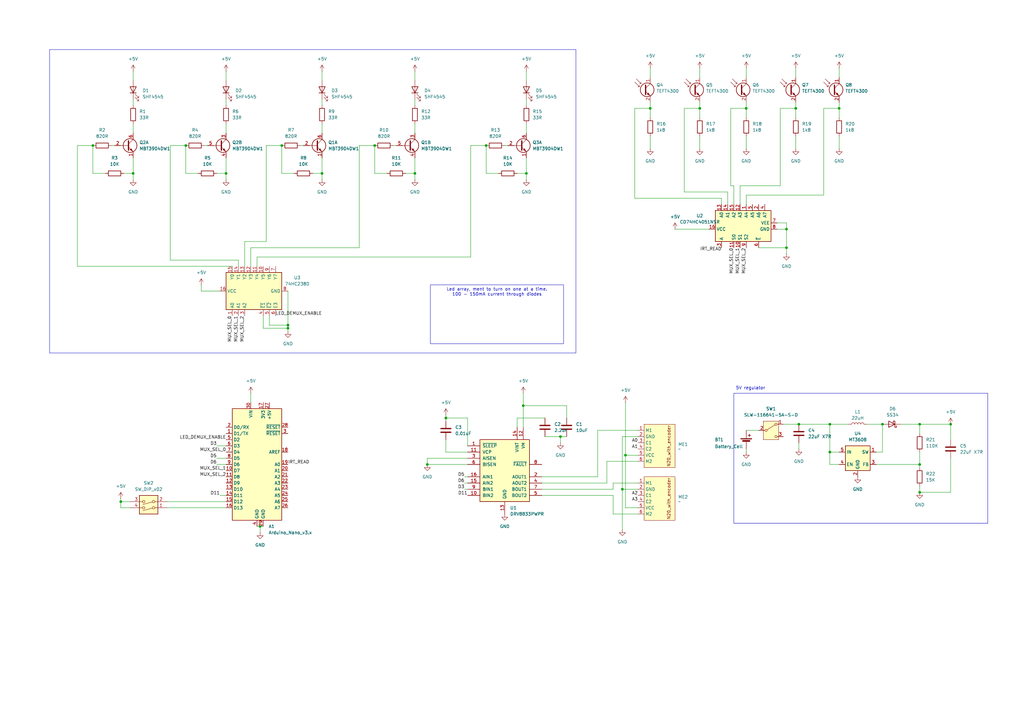
<source format=kicad_sch>
(kicad_sch (version 20231120) (generator "eeschema") (generator_version "8.0")
  (paper "A3")
  (lib_symbols
    (symbol "74xx:74HC238"
      (property "Reference" "U" (at -7.62 13.97 0))
      (property "Value" "74HC238" (at 2.54 -11.43 0))
      (symbol "74HC238_1_1"
        (pin input line (at -10.16 10.16 0) (length 2.54) (name "A0") (number "1"))
        (pin output line (at 10.16 -2.54 180) (length 2.54) (name "Y5") (number "10"))
        (pin output line (at 10.16 0 180) (length 2.54) (name "Y4") (number "11"))
        (pin output line (at 10.16 2.54 180) (length 2.54) (name "Y3") (number "12"))
        (pin output line (at 10.16 5.08 180) (length 2.54) (name "Y2") (number "13"))
        (pin output line (at 10.16 7.62 180) (length 2.54) (name "Y1") (number "14"))
        (pin output line (at 10.16 10.16 180) (length 2.54) (name "Y0") (number "15"))
        (pin power_in line (at 0 15.24 270) (length 2.54) (name "VCC") (number "16"))
        (pin input line (at -10.16 7.62 0) (length 2.54) (name "A1") (number "2"))
        (pin input line (at -10.16 5.08 0) (length 2.54) (name "A2") (number "3"))
        (pin input line (at -10.16 -2.54 0) (length 2.54) (name "~{E1}") (number "4"))
        (pin input line (at -10.16 -5.08 0) (length 2.54) (name "~{E2}") (number "5"))
        (pin input line (at -10.16 -7.62 0) (length 2.54) (name "E3") (number "6"))
        (pin output line (at 10.16 -7.62 180) (length 2.54) (name "Y7") (number "7"))
        (pin power_in line (at 0 -12.7 90) (length 2.54) (name "GND") (number "8"))
        (pin output line (at 10.16 -5.08 180) (length 2.54) (name "Y6") (number "9"))
      )
    )
    (symbol "74xx:74HC4051"
      (property "Reference" "U" (at -5.08 11.43 0))
      (property "Value" "74HC4051" (at -7.62 -13.97 0))
      (symbol "74HC4051_1_1"
        (pin passive line (at 10.16 -2.54 180) (length 2.54) (name "A4") (number "1"))
        (pin input line (at -7.62 0 0) (length 2.54) (name "S1") (number "10"))
        (pin input line (at -7.62 2.54 0) (length 2.54) (name "S0") (number "11"))
        (pin passive line (at 10.16 0 180) (length 2.54) (name "A3") (number "12"))
        (pin passive line (at 10.16 7.62 180) (length 2.54) (name "A0") (number "13"))
        (pin passive line (at 10.16 5.08 180) (length 2.54) (name "A1") (number "14"))
        (pin passive line (at 10.16 2.54 180) (length 2.54) (name "A2") (number "15"))
        (pin power_in line (at 0 12.7 270) (length 2.54) (name "VCC") (number "16"))
        (pin passive line (at 10.16 -7.62 180) (length 2.54) (name "A6") (number "2"))
        (pin passive line (at -7.62 7.62 0) (length 2.54) (name "A") (number "3"))
        (pin passive line (at 10.16 -10.16 180) (length 2.54) (name "A7") (number "4"))
        (pin passive line (at 10.16 -5.08 180) (length 2.54) (name "A5") (number "5"))
        (pin input line (at -7.62 -7.62 0) (length 2.54) (name "~{E}") (number "6"))
        (pin power_in line (at 2.54 -15.24 90) (length 2.54) (name "VEE") (number "7"))
        (pin power_in line (at 0 -15.24 90) (length 2.54) (name "GND") (number "8"))
        (pin input line (at -7.62 -2.54 0) (length 2.54) (name "S2") (number "9"))
      )
    )
    (symbol "Device:Battery_Cell" (pin_numbers hide) (pin_names (offset 0) hide)
      (property "Reference" "BT" (at 2.54 2.54 0))
      (property "Value" "Battery_Cell" (at 2.54 0 0))
      (symbol "Battery_Cell_1_1"
        (pin passive line (at 0 5.08 270) (length 2.54) (name "+") (number "1"))
        (pin passive line (at 0 -2.54 90) (length 2.54) (name "-") (number "2"))
      )
    )
    (symbol "Device:C" (pin_numbers hide) (pin_names (offset 0.254))
      (property "Reference" "C" (at 0.635 2.54 0))
      (property "Value" "C" (at 0.635 -2.54 0))
      (symbol "C_1_1"
        (pin passive line (at 0 3.81 270) (length 2.794) (name "~") (number "1"))
        (pin passive line (at 0 -3.81 90) (length 2.794) (name "~") (number "2"))
      )
    )
    (symbol "Device:D_Schottky" (pin_numbers hide) (pin_names (offset 1.016) hide)
      (property "Reference" "D" (at 0 2.54 0))
      (property "Value" "D_Schottky" (at 0 -2.54 0))
      (symbol "D_Schottky_1_1"
        (pin passive line (at -3.81 0 0) (length 2.54) (name "K") (number "1"))
        (pin passive line (at 3.81 0 180) (length 2.54) (name "A") (number "2"))
      )
    )
    (symbol "Device:L" (pin_numbers hide) (pin_names (offset 1.016) hide)
      (property "Reference" "L" (at -1.27 0 90))
      (property "Value" "L" (at 1.905 0 90))
      (symbol "L_1_1"
        (pin passive line (at 0 3.81 270) (length 1.27) (name "1") (number "1"))
        (pin passive line (at 0 -3.81 90) (length 1.27) (name "2") (number "2"))
      )
    )
    (symbol "Device:LED" (pin_numbers hide) (pin_names (offset 1.016) hide)
      (property "Reference" "D" (at 0 2.54 0))
      (property "Value" "LED" (at 0 -2.54 0))
      (symbol "LED_1_1"
        (pin passive line (at -3.81 0 0) (length 2.54) (name "K") (number "1"))
        (pin passive line (at 3.81 0 180) (length 2.54) (name "A") (number "2"))
      )
    )
    (symbol "Device:Q_Photo_NPN" (pin_names (offset 0) hide)
      (property "Reference" "Q" (at 5.08 1.27 0))
      (property "Value" "Q_Photo_NPN" (at 5.08 -1.27 0))
      (symbol "Q_Photo_NPN_1_1"
        (pin passive line (at 2.54 5.08 270) (length 2.54) (name "C") (number "1"))
        (pin passive line (at 2.54 -5.08 90) (length 2.54) (name "E") (number "2"))
      )
    )
    (symbol "Device:R" (pin_numbers hide) (pin_names (offset 0))
      (property "Reference" "R" (at 2.032 0 90))
      (property "Value" "R" (at 0 0 90))
      (symbol "R_1_1"
        (pin passive line (at 0 3.81 270) (length 1.27) (name "~") (number "1"))
        (pin passive line (at 0 -3.81 90) (length 1.27) (name "~") (number "2"))
      )
    )
    (symbol "Driver_Motor:DRV8833PWP" (pin_names (offset 1.016))
      (property "Reference" "U" (at -3.81 16.51 0))
      (property "Value" "DRV8833PWP" (at -3.81 13.97 0))
      (symbol "DRV8833PWP_1_1"
        (pin input line (at -15.24 10.16 0) (length 5.08) (name "~{SLEEP}") (number "1"))
        (pin input line (at -15.24 -10.16 0) (length 5.08) (name "BIN2") (number "10"))
        (pin bidirectional line (at -15.24 7.62 0) (length 5.08) (name "VCP") (number "11"))
        (pin power_in line (at 7.62 17.78 270) (length 5.08) (name "VM") (number "12"))
        (pin power_in line (at 0 -17.78 90) (length 5.08) (name "GND") (number "13"))
        (pin power_in line (at 5.08 17.78 270) (length 5.08) (name "VINT") (number "14"))
        (pin input line (at -15.24 -5.08 0) (length 5.08) (name "AIN2") (number "15"))
        (pin input line (at -15.24 -2.54 0) (length 5.08) (name "AIN1") (number "16"))
        (pin passive line (at 0 -17.78 90) (length 5.08) hide (name "GND") (number "17"))
        (pin power_out line (at 15.24 -2.54 180) (length 5.08) (name "AOUT1") (number "2"))
        (pin bidirectional line (at -15.24 5.08 0) (length 5.08) (name "AISEN") (number "3"))
        (pin power_out line (at 15.24 -5.08 180) (length 5.08) (name "AOUT2") (number "4"))
        (pin power_out line (at 15.24 -10.16 180) (length 5.08) (name "BOUT2") (number "5"))
        (pin bidirectional line (at -15.24 2.54 0) (length 5.08) (name "BISEN") (number "6"))
        (pin power_out line (at 15.24 -7.62 180) (length 5.08) (name "BOUT1") (number "7"))
        (pin open_collector line (at 15.24 2.54 180) (length 5.08) (name "~{FAULT}") (number "8"))
        (pin input line (at -15.24 -7.62 0) (length 5.08) (name "BIN1") (number "9"))
      )
    )
    (symbol "MCU_Module:Arduino_Nano_v3.x"
      (property "Reference" "A" (at -10.16 23.495 0))
      (property "Value" "Arduino_Nano_v3.x" (at 5.08 -24.13 0))
      (symbol "Arduino_Nano_v3.x_1_1"
        (pin bidirectional line (at -12.7 12.7 0) (length 2.54) (name "D1/TX") (number "1"))
        (pin bidirectional line (at -12.7 -2.54 0) (length 2.54) (name "D7") (number "10"))
        (pin bidirectional line (at -12.7 -5.08 0) (length 2.54) (name "D8") (number "11"))
        (pin bidirectional line (at -12.7 -7.62 0) (length 2.54) (name "D9") (number "12"))
        (pin bidirectional line (at -12.7 -10.16 0) (length 2.54) (name "D10") (number "13"))
        (pin bidirectional line (at -12.7 -12.7 0) (length 2.54) (name "D11") (number "14"))
        (pin bidirectional line (at -12.7 -15.24 0) (length 2.54) (name "D12") (number "15"))
        (pin bidirectional line (at -12.7 -17.78 0) (length 2.54) (name "D13") (number "16"))
        (pin power_out line (at 2.54 25.4 270) (length 2.54) (name "3V3") (number "17"))
        (pin input line (at 12.7 5.08 180) (length 2.54) (name "AREF") (number "18"))
        (pin bidirectional line (at 12.7 0 180) (length 2.54) (name "A0") (number "19"))
        (pin bidirectional line (at -12.7 15.24 0) (length 2.54) (name "D0/RX") (number "2"))
        (pin bidirectional line (at 12.7 -2.54 180) (length 2.54) (name "A1") (number "20"))
        (pin bidirectional line (at 12.7 -5.08 180) (length 2.54) (name "A2") (number "21"))
        (pin bidirectional line (at 12.7 -7.62 180) (length 2.54) (name "A3") (number "22"))
        (pin bidirectional line (at 12.7 -10.16 180) (length 2.54) (name "A4") (number "23"))
        (pin bidirectional line (at 12.7 -12.7 180) (length 2.54) (name "A5") (number "24"))
        (pin bidirectional line (at 12.7 -15.24 180) (length 2.54) (name "A6") (number "25"))
        (pin bidirectional line (at 12.7 -17.78 180) (length 2.54) (name "A7") (number "26"))
        (pin power_out line (at 5.08 25.4 270) (length 2.54) (name "+5V") (number "27"))
        (pin input line (at 12.7 15.24 180) (length 2.54) (name "~{RESET}") (number "28"))
        (pin power_in line (at 2.54 -25.4 90) (length 2.54) (name "GND") (number "29"))
        (pin input line (at 12.7 12.7 180) (length 2.54) (name "~{RESET}") (number "3"))
        (pin power_in line (at -2.54 25.4 270) (length 2.54) (name "VIN") (number "30"))
        (pin power_in line (at 0 -25.4 90) (length 2.54) (name "GND") (number "4"))
        (pin bidirectional line (at -12.7 10.16 0) (length 2.54) (name "D2") (number "5"))
        (pin bidirectional line (at -12.7 7.62 0) (length 2.54) (name "D3") (number "6"))
        (pin bidirectional line (at -12.7 5.08 0) (length 2.54) (name "D4") (number "7"))
        (pin bidirectional line (at -12.7 2.54 0) (length 2.54) (name "D5") (number "8"))
        (pin bidirectional line (at -12.7 0 0) (length 2.54) (name "D6") (number "9"))
      )
    )
    (symbol "Regulator_Switching:MT3608"
      (property "Reference" "U" (at -2.54 8.89 0))
      (property "Value" "MT3608" (at -3.81 6.35 0))
      (symbol "MT3608_1_1"
        (pin passive line (at 7.62 2.54 180) (length 2.54) (name "SW") (number "1"))
        (pin power_in line (at 0 -7.62 90) (length 2.54) (name "GND") (number "2"))
        (pin input line (at 7.62 -2.54 180) (length 2.54) (name "FB") (number "3"))
        (pin input line (at -7.62 -2.54 0) (length 2.54) (name "EN") (number "4"))
        (pin power_in line (at -7.62 2.54 0) (length 2.54) (name "IN") (number "5"))
        (pin no_connect line (at 5.08 0 180) (length 2.54) hide (name "NC") (number "6"))
      )
    )
    (symbol "Switch:SW_DIP_x02" (pin_names (offset 0) hide)
      (property "Reference" "SW" (at 0 6.35 0))
      (property "Value" "SW_DIP_x02" (at 0 -3.81 0))
      (symbol "SW_DIP_x02_1_1"
        (pin passive line (at -7.62 2.54 0) (length 5.08) (name "~") (number "1"))
        (pin passive line (at -7.62 0 0) (length 5.08) (name "~") (number "2"))
        (pin passive line (at 7.62 0 180) (length 5.08) (name "~") (number "3"))
        (pin passive line (at 7.62 2.54 180) (length 5.08) (name "~") (number "4"))
      )
    )
    (symbol "Switch:SW_SPDT" (pin_names (offset 0) hide)
      (property "Reference" "SW" (at 0 5.08 0))
      (property "Value" "SW_SPDT" (at 0 -5.08 0))
      (symbol "SW_SPDT_1_1"
        (pin passive line (at 5.08 2.54 180) (length 2.54) (name "A") (number "1"))
        (pin passive line (at -5.08 0 0) (length 2.54) (name "B") (number "2"))
        (pin passive line (at 5.08 -2.54 180) (length 2.54) (name "C") (number "3"))
      )
    )
    (symbol "Transistor_BJT:MBT3904DW1" (pin_names (offset 0) hide)
      (property "Reference" "Q" (at 5.08 1.27 0))
      (property "Value" "MBT3904DW1" (at 5.08 -1.27 0))
      (symbol "MBT3904DW1_1_1"
        (pin passive line (at 2.54 -5.08 90) (length 2.54) (name "E1") (number "1"))
        (pin input line (at -5.08 0 0) (length 2.54) (name "B1") (number "2"))
        (pin passive line (at 2.54 5.08 270) (length 2.54) (name "C1") (number "6"))
      )
      (symbol "MBT3904DW1_2_1"
        (pin passive line (at 2.54 5.08 270) (length 2.54) (name "C2") (number "3"))
        (pin passive line (at 2.54 -5.08 90) (length 2.54) (name "E2") (number "4"))
        (pin input line (at -5.08 0 0) (length 2.54) (name "B2") (number "5"))
      )
    )
    (symbol "micromouse_symbols:N20_with_encoder"
      (property "Reference" "ME" (at 17.018 -6.35 0))
      (symbol "N20_with_encoder_1_1"
        (text "N20_with_encoder" (at 12.7 0 900) (effects (font (size 1.27 1.27))))
        (pin input line (at 0 6.35 0) (length 2.54) (name "M1") (number "1"))
        (pin power_in line (at 0 3.81 0) (length 2.54) (name "GND") (number "2"))
        (pin output line (at 0 1.27 0) (length 2.54) (name "C1") (number "3"))
        (pin output line (at 0 -1.27 0) (length 2.54) (name "C2") (number "4"))
        (pin power_in line (at 0 -3.81 0) (length 2.54) (name "VCC") (number "5"))
        (pin input line (at 0 -6.35 0) (length 2.54) (name "M2") (number "6"))
      )
    )
    (symbol "power:+5V" (power) (pin_numbers hide) (pin_names (offset 0) hide)
      (property "Value" "+5V" (at 0 3.556 0))
      (symbol "+5V_1_1"
        (pin power_in line (at 0 0 90) (length 0) (name "~") (number "1"))
      )
    )
    (symbol "power:GND" (power) (pin_numbers hide) (pin_names (offset 0) hide)
      (property "Value" "GND" (at 0 -3.81 0))
      (symbol "GND_1_1"
        (pin power_in line (at 0 0 270) (length 0) (name "~") (number "1"))
      )
    )
  )
  (junction (at 377.19 173.99))
  (junction (at 326.39 44.45))
  (junction (at 344.17 44.45))
  (junction (at 118.11 133.35))
  (junction (at 287.02 44.45))
  (junction (at 199.39 59.69))
  (junction (at 322.58 93.98))
  (junction (at 327.66 173.99))
  (junction (at 256.54 186.69))
  (junction (at 361.95 173.99))
  (junction (at 255.27 200.66))
  (junction (at 389.89 173.99))
  (junction (at 115.57 59.69))
  (junction (at 170.18 71.12))
  (junction (at 266.7 44.45))
  (junction (at 76.2 59.69))
  (junction (at 377.19 190.5))
  (junction (at 106.68 215.9))
  (junction (at 229.87 179.07))
  (junction (at 215.9 71.12))
  (junction (at 322.58 101.6))
  (junction (at 175.26 190.5))
  (junction (at 49.53 205.74))
  (junction (at 132.08 71.12))
  (junction (at 340.36 185.42))
  (junction (at 92.71 71.12))
  (junction (at 340.36 173.99))
  (junction (at 54.61 71.12))
  (junction (at 182.88 171.45))
  (junction (at 214.63 166.37))
  (junction (at 153.67 59.69))
  (junction (at 38.1 59.69))
  (junction (at 377.19 201.93))
  (junction (at 306.07 44.45))
  (junction (at 118.11 134.62))
  (wire (pts (xy 92.71 71.12) (xy 92.71 73.66)))
  (wire (pts (xy 266.7 55.88) (xy 266.7 60.96)))
  (wire (pts (xy 107.95 134.62) (xy 118.11 134.62)))
  (wire (pts (xy 369.57 173.99) (xy 377.19 173.99)))
  (wire (pts (xy 88.9 187.96) (xy 92.71 187.96)))
  (wire (pts (xy 306.07 44.45) (xy 306.07 48.26)))
  (wire (pts (xy 54.61 29.21) (xy 54.61 33.02)))
  (wire (pts (xy 182.88 180.34) (xy 182.88 185.42)))
  (wire (pts (xy 170.18 29.21) (xy 170.18 33.02)))
  (wire (pts (xy 118.11 119.38) (xy 118.11 133.35)))
  (wire (pts (xy 182.88 185.42) (xy 191.77 185.42)))
  (wire (pts (xy 199.39 59.69) (xy 199.39 71.12)))
  (wire (pts (xy 287.02 41.91) (xy 287.02 44.45)))
  (wire (pts (xy 251.46 203.2) (xy 251.46 210.82)))
  (wire (pts (xy 161.29 59.69) (xy 162.56 59.69)))
  (wire (pts (xy 318.77 91.44) (xy 322.58 91.44)))
  (wire (pts (xy 170.18 71.12) (xy 170.18 73.66)))
  (wire (pts (xy 132.08 50.8) (xy 132.08 54.61)))
  (wire (pts (xy 147.32 59.69) (xy 147.32 101.6)))
  (wire (pts (xy 261.62 186.69) (xy 256.54 186.69)))
  (wire (pts (xy 266.7 44.45) (xy 266.7 48.26)))
  (wire (pts (xy 115.57 71.12) (xy 120.65 71.12)))
  (wire (pts (xy 344.17 41.91) (xy 344.17 44.45)))
  (wire (pts (xy 344.17 27.94) (xy 344.17 31.75)))
  (wire (pts (xy 251.46 198.12) (xy 261.62 198.12)))
  (wire (pts (xy 222.25 200.66) (xy 251.46 200.66)))
  (wire (pts (xy 337.82 44.45) (xy 337.82 80.01)))
  (wire (pts (xy 50.8 71.12) (xy 54.61 71.12)))
  (wire (pts (xy 280.67 44.45) (xy 280.67 78.74)))
  (wire (pts (xy 106.68 215.9) (xy 106.68 218.44)))
  (wire (pts (xy 340.36 185.42) (xy 340.36 190.5)))
  (wire (pts (xy 322.58 101.6) (xy 322.58 104.14)))
  (wire (pts (xy 153.67 59.69) (xy 153.67 71.12)))
  (wire (pts (xy 306.07 80.01) (xy 306.07 83.82)))
  (wire (pts (xy 322.58 91.44) (xy 322.58 93.98)))
  (wire (pts (xy 320.04 44.45) (xy 320.04 76.2)))
  (wire (pts (xy 344.17 44.45) (xy 344.17 48.26)))
  (wire (pts (xy 229.87 179.07) (xy 229.87 181.61)))
  (wire (pts (xy 326.39 44.45) (xy 326.39 48.26)))
  (wire (pts (xy 327.66 181.61) (xy 327.66 184.15)))
  (wire (pts (xy 69.85 59.69) (xy 76.2 59.69)))
  (wire (pts (xy 110.49 129.54) (xy 110.49 133.35)))
  (wire (pts (xy 95.25 109.22) (xy 31.75 109.22)))
  (wire (pts (xy 105.41 105.41) (xy 105.41 109.22)))
  (wire (pts (xy 49.53 208.28) (xy 53.34 208.28)))
  (wire (pts (xy 337.82 80.01) (xy 306.07 80.01)))
  (wire (pts (xy 280.67 78.74) (xy 298.45 78.74)))
  (wire (pts (xy 361.95 173.99) (xy 361.95 185.42)))
  (wire (pts (xy 54.61 71.12) (xy 54.61 73.66)))
  (wire (pts (xy 377.19 173.99) (xy 377.19 177.8)))
  (wire (pts (xy 245.11 195.58) (xy 245.11 176.53)))
  (wire (pts (xy 215.9 71.12) (xy 215.9 73.66)))
  (wire (pts (xy 389.89 187.96) (xy 389.89 201.93)))
  (wire (pts (xy 337.82 44.45) (xy 344.17 44.45)))
  (wire (pts (xy 54.61 64.77) (xy 54.61 71.12)))
  (wire (pts (xy 287.02 27.94) (xy 287.02 31.75)))
  (wire (pts (xy 128.27 71.12) (xy 132.08 71.12)))
  (wire (pts (xy 248.92 189.23) (xy 261.62 189.23)))
  (wire (pts (xy 248.92 198.12) (xy 248.92 189.23)))
  (wire (pts (xy 326.39 27.94) (xy 326.39 31.75)))
  (wire (pts (xy 214.63 166.37) (xy 214.63 175.26)))
  (wire (pts (xy 191.77 187.96) (xy 175.26 187.96)))
  (wire (pts (xy 193.04 59.69) (xy 199.39 59.69)))
  (wire (pts (xy 132.08 64.77) (xy 132.08 71.12)))
  (wire (pts (xy 132.08 71.12) (xy 132.08 73.66)))
  (wire (pts (xy 88.9 71.12) (xy 92.71 71.12)))
  (wire (pts (xy 306.07 184.15) (xy 306.07 185.42)))
  (wire (pts (xy 49.53 208.28) (xy 49.53 205.74)))
  (wire (pts (xy 54.61 50.8) (xy 54.61 54.61)))
  (wire (pts (xy 132.08 29.21) (xy 132.08 33.02)))
  (wire (pts (xy 280.67 44.45) (xy 287.02 44.45)))
  (wire (pts (xy 232.41 166.37) (xy 214.63 166.37)))
  (wire (pts (xy 193.04 59.69) (xy 193.04 105.41)))
  (wire (pts (xy 49.53 204.47) (xy 49.53 205.74)))
  (wire (pts (xy 311.15 101.6) (xy 322.58 101.6)))
  (wire (pts (xy 109.22 59.69) (xy 115.57 59.69)))
  (wire (pts (xy 69.85 59.69) (xy 69.85 106.68)))
  (wire (pts (xy 306.07 27.94) (xy 306.07 31.75)))
  (wire (pts (xy 326.39 41.91) (xy 326.39 44.45)))
  (wire (pts (xy 287.02 55.88) (xy 287.02 60.96)))
  (wire (pts (xy 223.52 179.07) (xy 229.87 179.07)))
  (wire (pts (xy 276.86 93.98) (xy 290.83 93.98)))
  (wire (pts (xy 90.17 203.2) (xy 92.71 203.2)))
  (wire (pts (xy 45.72 59.69) (xy 46.99 59.69)))
  (wire (pts (xy 166.37 71.12) (xy 170.18 71.12)))
  (wire (pts (xy 255.27 179.07) (xy 255.27 200.66)))
  (wire (pts (xy 214.63 161.29) (xy 214.63 166.37)))
  (wire (pts (xy 175.26 190.5) (xy 191.77 190.5)))
  (wire (pts (xy 251.46 200.66) (xy 251.46 198.12)))
  (wire (pts (xy 215.9 64.77) (xy 215.9 71.12)))
  (wire (pts (xy 306.07 176.53) (xy 311.15 176.53)))
  (wire (pts (xy 320.04 44.45) (xy 326.39 44.45)))
  (wire (pts (xy 38.1 71.12) (xy 43.18 71.12)))
  (wire (pts (xy 147.32 59.69) (xy 153.67 59.69)))
  (wire (pts (xy 199.39 71.12) (xy 204.47 71.12)))
  (wire (pts (xy 322.58 93.98) (xy 322.58 101.6)))
  (wire (pts (xy 132.08 40.64) (xy 132.08 43.18)))
  (wire (pts (xy 190.5 200.66) (xy 191.77 200.66)))
  (wire (pts (xy 170.18 40.64) (xy 170.18 43.18)))
  (wire (pts (xy 215.9 29.21) (xy 215.9 33.02)))
  (wire (pts (xy 207.01 59.69) (xy 208.28 59.69)))
  (wire (pts (xy 49.53 205.74) (xy 53.34 205.74)))
  (wire (pts (xy 223.52 171.45) (xy 212.09 171.45)))
  (wire (pts (xy 377.19 185.42) (xy 377.19 190.5)))
  (wire (pts (xy 222.25 198.12) (xy 248.92 198.12)))
  (wire (pts (xy 287.02 44.45) (xy 287.02 48.26)))
  (wire (pts (xy 107.95 129.54) (xy 107.95 134.62)))
  (wire (pts (xy 92.71 40.64) (xy 92.71 43.18)))
  (wire (pts (xy 147.32 101.6) (xy 102.87 101.6)))
  (wire (pts (xy 123.19 59.69) (xy 124.46 59.69)))
  (wire (pts (xy 299.72 44.45) (xy 306.07 44.45)))
  (wire (pts (xy 222.25 203.2) (xy 251.46 203.2)))
  (wire (pts (xy 303.53 76.2) (xy 303.53 83.82)))
  (wire (pts (xy 299.72 44.45) (xy 299.72 76.2)))
  (wire (pts (xy 299.72 76.2) (xy 300.99 76.2)))
  (wire (pts (xy 260.35 44.45) (xy 260.35 81.28)))
  (wire (pts (xy 215.9 40.64) (xy 215.9 43.18)))
  (wire (pts (xy 261.62 179.07) (xy 255.27 179.07)))
  (wire (pts (xy 377.19 190.5) (xy 377.19 191.77)))
  (wire (pts (xy 153.67 71.12) (xy 158.75 71.12)))
  (wire (pts (xy 170.18 50.8) (xy 170.18 54.61)))
  (wire (pts (xy 109.22 59.69) (xy 109.22 99.06)))
  (wire (pts (xy 256.54 208.28) (xy 256.54 186.69)))
  (wire (pts (xy 232.41 166.37) (xy 232.41 171.45)))
  (wire (pts (xy 255.27 200.66) (xy 261.62 200.66)))
  (wire (pts (xy 318.77 93.98) (xy 322.58 93.98)))
  (wire (pts (xy 105.41 215.9) (xy 106.68 215.9)))
  (wire (pts (xy 115.57 59.69) (xy 115.57 71.12)))
  (wire (pts (xy 300.99 76.2) (xy 300.99 83.82)))
  (wire (pts (xy 260.35 81.28) (xy 295.91 81.28)))
  (wire (pts (xy 295.91 81.28) (xy 295.91 83.82)))
  (wire (pts (xy 106.68 215.9) (xy 107.95 215.9)))
  (wire (pts (xy 69.85 106.68) (xy 97.79 106.68)))
  (wire (pts (xy 389.89 173.99) (xy 377.19 173.99)))
  (wire (pts (xy 340.36 173.99) (xy 340.36 185.42)))
  (wire (pts (xy 190.5 195.58) (xy 191.77 195.58)))
  (wire (pts (xy 31.75 59.69) (xy 38.1 59.69)))
  (wire (pts (xy 251.46 210.82) (xy 261.62 210.82)))
  (wire (pts (xy 232.41 179.07) (xy 229.87 179.07)))
  (wire (pts (xy 88.9 182.88) (xy 92.71 182.88)))
  (wire (pts (xy 361.95 185.42) (xy 359.41 185.42)))
  (wire (pts (xy 255.27 200.66) (xy 255.27 217.17)))
  (wire (pts (xy 68.58 205.74) (xy 92.71 205.74)))
  (wire (pts (xy 170.18 64.77) (xy 170.18 71.12)))
  (wire (pts (xy 222.25 195.58) (xy 245.11 195.58)))
  (wire (pts (xy 260.35 44.45) (xy 266.7 44.45)))
  (wire (pts (xy 100.33 99.06) (xy 100.33 109.22)))
  (wire (pts (xy 92.71 64.77) (xy 92.71 71.12)))
  (wire (pts (xy 182.88 171.45) (xy 191.77 171.45)))
  (wire (pts (xy 306.07 55.88) (xy 306.07 60.96)))
  (wire (pts (xy 97.79 106.68) (xy 97.79 109.22)))
  (wire (pts (xy 118.11 133.35) (xy 118.11 134.62)))
  (wire (pts (xy 377.19 201.93) (xy 377.19 199.39)))
  (wire (pts (xy 109.22 99.06) (xy 100.33 99.06)))
  (wire (pts (xy 83.82 59.69) (xy 85.09 59.69)))
  (wire (pts (xy 82.55 116.84) (xy 82.55 119.38)))
  (wire (pts (xy 182.88 170.18) (xy 182.88 171.45)))
  (wire (pts (xy 320.04 76.2) (xy 303.53 76.2)))
  (wire (pts (xy 92.71 50.8) (xy 92.71 54.61)))
  (wire (pts (xy 215.9 50.8) (xy 215.9 54.61)))
  (wire (pts (xy 191.77 182.88) (xy 191.77 171.45)))
  (wire (pts (xy 68.58 208.28) (xy 92.71 208.28)))
  (wire (pts (xy 389.89 201.93) (xy 377.19 201.93)))
  (wire (pts (xy 256.54 186.69) (xy 256.54 165.1)))
  (wire (pts (xy 76.2 71.12) (xy 81.28 71.12)))
  (wire (pts (xy 92.71 29.21) (xy 92.71 33.02)))
  (wire (pts (xy 340.36 173.99) (xy 347.98 173.99)))
  (wire (pts (xy 102.87 101.6) (xy 102.87 109.22)))
  (wire (pts (xy 118.11 134.62) (xy 118.11 135.89)))
  (wire (pts (xy 344.17 190.5) (xy 340.36 190.5)))
  (wire (pts (xy 261.62 208.28) (xy 256.54 208.28)))
  (wire (pts (xy 76.2 59.69) (xy 76.2 71.12)))
  (wire (pts (xy 175.26 187.96) (xy 175.26 190.5)))
  (wire (pts (xy 306.07 41.91) (xy 306.07 44.45)))
  (wire (pts (xy 245.11 176.53) (xy 261.62 176.53)))
  (wire (pts (xy 266.7 27.94) (xy 266.7 31.75)))
  (wire (pts (xy 212.09 71.12) (xy 215.9 71.12)))
  (wire (pts (xy 321.31 173.99) (xy 327.66 173.99)))
  (wire (pts (xy 340.36 185.42) (xy 344.17 185.42)))
  (wire (pts (xy 359.41 190.5) (xy 377.19 190.5)))
  (wire (pts (xy 355.6 173.99) (xy 361.95 173.99)))
  (wire (pts (xy 344.17 55.88) (xy 344.17 60.96)))
  (wire (pts (xy 327.66 173.99) (xy 340.36 173.99)))
  (wire (pts (xy 212.09 171.45) (xy 212.09 175.26)))
  (wire (pts (xy 298.45 78.74) (xy 298.45 83.82)))
  (wire (pts (xy 31.75 109.22) (xy 31.75 59.69)))
  (wire (pts (xy 193.04 105.41) (xy 105.41 105.41)))
  (wire (pts (xy 38.1 59.69) (xy 38.1 71.12)))
  (wire (pts (xy 88.9 190.5) (xy 92.71 190.5)))
  (wire (pts (xy 266.7 41.91) (xy 266.7 44.45)))
  (wire (pts (xy 102.87 161.29) (xy 102.87 165.1)))
  (wire (pts (xy 182.88 171.45) (xy 182.88 172.72)))
  (wire (pts (xy 110.49 133.35) (xy 118.11 133.35)))
  (wire (pts (xy 54.61 40.64) (xy 54.61 43.18)))
  (wire (pts (xy 326.39 55.88) (xy 326.39 60.96)))
  (wire (pts (xy 389.89 180.34) (xy 389.89 173.99)))
  (wire (pts (xy 82.55 119.38) (xy 90.17 119.38)))
  (wire (pts (xy 190.5 198.12) (xy 191.77 198.12)))
  (rectangle (start 20.32 20.32) (end 236.22 144.78))
  (rectangle (start 300.99 161.29) (end 405.13 214.63))
  (text_box "Led array, ment to turn on one at a time. \n100 - 150mA current through diodes" (at 176.53 116.84 0) (size 54.61 24.13) (effects (font (size 1.27 1.27)) (justify top)))
  (text "5V regulator" (at 307.848 159.258 0) (effects (font (size 1.27 1.27))))
  (label "D11" (at 191.77 203.2 180))
  (label "MUX_SEL_0" (at 95.25 129.54 270))
  (label "D5" (at 190.5 195.58 180))
  (label "A0" (at 261.62 181.61 180))
  (label "D11" (at 90.17 203.2 180))
  (label "IRT_READ" (at 295.91 101.6 180))
  (label "IRT_READ" (at 118.11 190.5 0))
  (label "MUX_SEL_0" (at 300.99 101.6 270))
  (label "D5" (at 88.9 187.96 180))
  (label "A1" (at 261.62 184.15 180))
  (label "D3" (at 190.5 200.66 180))
  (label "D6" (at 88.9 190.5 180))
  (label "A2" (at 261.62 203.2 180))
  (label "MUX_SEL_1" (at 303.53 101.6 270))
  (label "MUX_SEL_0" (at 92.71 185.42 180))
  (label "MUX_SEL_1" (at 97.79 129.54 270))
  (label "MUX_SEL_1" (at 92.71 193.04 180))
  (label "LED_DEMUX_ENABLE" (at 92.71 180.34 180))
  (label "LED_DEMUX_ENABLE" (at 113.03 129.54 0))
  (label "A3" (at 261.62 205.74 180))
  (label "MUX_SEL_2" (at 92.71 195.58 180))
  (label "MUX_SEL_2" (at 100.33 129.54 270))
  (label "D3" (at 88.9 182.88 180))
  (label "D6" (at 190.5 198.12 180))
  (label "MUX_SEL_2" (at 306.07 101.6 270))
  (symbol (lib_id "Device:R") (at 215.9 46.99 0) (unit 1)
    (property "Reference" "R15" (at 218.44 45.7199 0) (effects (justify left)))
    (property "Value" "33R" (at 218.44 48.2599 0) (effects (justify left)))
    (property "Footprint" "Resistor_SMD:R_0603_1608Metric" (effects (hide yes)))
    (property "Description" "Resistor" (effects (hide yes)))
  )
  (symbol (lib_id "Transistor_BJT:MBT3904DW1") (at 90.17 59.69 0) (unit 2)
    (property "Reference" "Q2" (at 95.25 58.4199 0) (effects (justify left)))
    (property "Value" "MBT3904DW1" (at 95.25 60.9599 0) (effects (justify left)))
    (property "Footprint" "Package_TO_SOT_SMD:SOT-363_SC-70-6" (effects (hide yes)))
    (property "Datasheet" "http://www.onsemi.com/pub_link/Collateral/MBT3904DW1T1-D.PDF" (effects (hide yes)))
    (property "Description" "200mA IC, 40V Vce, Dual NPN/NPN Transistors, SOT-363" (effects (hide yes)))
  )
  (symbol (lib_id "power:GND") (at 54.61 73.66 0) (unit 1)
    (property "Reference" "#PWR010" (effects (hide yes)))
    (property "Value" "GND" (at 54.61 78.74 0))
    (property "Description" "Power symbol creates a global label with name \"GND\" , ground" (effects (hide yes)))
  )
  (symbol (lib_id "micromouse_symbols:N20_with_encoder") (at 261.62 204.47 0) (unit 1)
    (property "Reference" "ME2" (at 278.13 203.8349 0) (effects (justify left)))
    (property "Value" "~" (at 278.13 205.74 0) (effects (justify left)))
    (property "Footprint" "Connector_PinHeader_2.54mm:PinHeader_1x06_P2.54mm_Vertical" (effects (hide yes)))
  )
  (symbol (lib_id "Device:R") (at 203.2 59.69 90) (unit 1)
    (property "Reference" "R13" (at 203.2 53.34 90))
    (property "Value" "820R" (at 203.2 55.88 90))
    (property "Footprint" "Resistor_SMD:R_0603_1608Metric" (effects (hide yes)))
    (property "Description" "Resistor" (effects (hide yes)))
  )
  (symbol (lib_id "Device:R") (at 85.09 71.12 90) (unit 1)
    (property "Reference" "R5" (at 85.09 64.77 90))
    (property "Value" "10K" (at 85.09 67.31 90))
    (property "Footprint" "Resistor_SMD:R_0603_1608Metric" (effects (hide yes)))
    (property "Description" "Resistor" (effects (hide yes)))
  )
  (symbol (lib_id "power:+5V") (at 132.08 29.21 0) (unit 1)
    (property "Reference" "#PWR014" (effects (hide yes)))
    (property "Value" "+5V" (at 132.08 24.13 0))
    (property "Description" "Power symbol creates a global label with name \"+5V\"" (effects (hide yes)))
  )
  (symbol (lib_id "Transistor_BJT:MBT3904DW1") (at 167.64 59.69 0) (unit 2)
    (property "Reference" "Q1" (at 172.72 58.4199 0) (effects (justify left)))
    (property "Value" "MBT3904DW1" (at 172.72 60.9599 0) (effects (justify left)))
    (property "Footprint" "Package_TO_SOT_SMD:SOT-363_SC-70-6" (effects (hide yes)))
    (property "Datasheet" "http://www.onsemi.com/pub_link/Collateral/MBT3904DW1T1-D.PDF" (effects (hide yes)))
    (property "Description" "200mA IC, 40V Vce, Dual NPN/NPN Transistors, SOT-363" (effects (hide yes)))
  )
  (symbol (lib_id "power:+5V") (at 215.9 29.21 0) (unit 1)
    (property "Reference" "#PWR018" (effects (hide yes)))
    (property "Value" "+5V" (at 215.9 24.13 0))
    (property "Description" "Power symbol creates a global label with name \"+5V\"" (effects (hide yes)))
  )
  (symbol (lib_id "power:+5V") (at 344.17 27.94 0) (unit 1)
    (property "Reference" "#PWR028" (effects (hide yes)))
    (property "Value" "+5V" (at 344.17 22.86 0))
    (property "Description" "Power symbol creates a global label with name \"+5V\"" (effects (hide yes)))
  )
  (symbol (lib_id "Device:R") (at 46.99 71.12 90) (unit 1)
    (property "Reference" "R3" (at 46.99 64.77 90))
    (property "Value" "10K" (at 46.99 67.31 90))
    (property "Footprint" "Resistor_SMD:R_0603_1608Metric" (effects (hide yes)))
    (property "Description" "Resistor" (effects (hide yes)))
  )
  (symbol (lib_id "Device:R") (at 41.91 59.69 90) (unit 1)
    (property "Reference" "R2" (at 41.91 53.34 90))
    (property "Value" "820R" (at 41.91 55.88 90))
    (property "Footprint" "Resistor_SMD:R_0603_1608Metric" (effects (hide yes)))
    (property "Description" "Resistor" (effects (hide yes)))
  )
  (symbol (lib_id "MCU_Module:Arduino_Nano_v3.x") (at 105.41 190.5 0) (unit 1)
    (property "Reference" "A1" (at 110.1441 215.9 0) (effects (justify left)))
    (property "Value" "Arduino_Nano_v3.x" (at 110.1441 218.44 0) (effects (justify left)))
    (property "Footprint" "Module:Arduino_Nano" (effects (hide yes)))
    (property "Datasheet" "http://www.mouser.com/pdfdocs/Gravitech_Arduino_Nano3_0.pdf" (effects (hide yes)))
    (property "Description" "Arduino Nano v3.x" (effects (hide yes)))
  )
  (symbol (lib_id "Switch:SW_SPDT") (at 316.23 176.53 0) (unit 1)
    (property "Reference" "SW1" (at 316.23 167.64 0))
    (property "Value" "SLW-116641-5A-S-D" (at 316.23 170.18 0))
    (property "Footprint" "Connector_PinHeader_2.54mm:PinHeader_1x03_P2.54mm_Vertical" (effects (hide yes)))
    (property "Description" "Switch, single pole double throw" (effects (hide yes)))
  )
  (symbol (lib_id "74xx:74HC4051") (at 303.53 93.98 90) (unit 1)
    (property "Reference" "U2" (at 287.02 88.4838 90))
    (property "Value" "CD74HC4051NSR" (at 287.02 91.0238 90))
    (property "Footprint" "Package_SO:SOIC-16_4.55x10.3mm_P1.27mm" (effects (hide yes)))
    (property "Datasheet" "http://www.ti.com/lit/ds/symlink/cd74hc4051.pdf" (effects (hide yes)))
    (property "Description" "8-channel analog multiplexer/demultiplexer, DIP-16/SOIC-16/TSSOP-16" (effects (hide yes)))
  )
  (symbol (lib_id "Device:Q_Photo_NPN") (at 341.63 36.83 0) (unit 1)
    (property "Reference" "Q8" (at 346.71 34.8106 0) (effects (justify left)))
    (property "Value" "TEFT4300" (at 346.71 37.3506 0) (effects (justify left)))
    (property "Footprint" "LED_THT:LED_D3.0mm_Horizontal_O3.81mm_Z2.0mm" (effects (hide yes)))
    (property "Description" "NPN phototransistor, collector/emitter" (effects (hide yes)))
  )
  (symbol (lib_id "power:GND") (at 306.07 185.42 0) (unit 1)
    (property "Reference" "#PWR036" (effects (hide yes)))
    (property "Value" "GND" (at 306.07 190.5 0))
    (property "Description" "Power symbol creates a global label with name \"GND\" , ground" (effects (hide yes)))
  )
  (symbol (lib_id "power:GND") (at 207.01 210.82 0) (unit 1)
    (property "Reference" "#PWR02" (effects (hide yes)))
    (property "Value" "GND" (at 207.01 215.9 0))
    (property "Description" "Power symbol creates a global label with name \"GND\" , ground" (effects (hide yes)))
  )
  (symbol (lib_id "Device:R") (at 119.38 59.69 90) (unit 1)
    (property "Reference" "R7" (at 119.38 53.34 90))
    (property "Value" "820R" (at 119.38 55.88 90))
    (property "Footprint" "Resistor_SMD:R_0603_1608Metric" (effects (hide yes)))
    (property "Description" "Resistor" (effects (hide yes)))
  )
  (symbol (lib_id "power:GND") (at 215.9 73.66 0) (unit 1)
    (property "Reference" "#PWR019" (effects (hide yes)))
    (property "Value" "GND" (at 215.9 78.74 0))
    (property "Description" "Power symbol creates a global label with name \"GND\" , ground" (effects (hide yes)))
  )
  (symbol (lib_id "Device:R") (at 344.17 52.07 0) (unit 1)
    (property "Reference" "R20" (at 346.71 50.7999 0) (effects (justify left)))
    (property "Value" "1k8" (at 346.71 53.3399 0) (effects (justify left)))
    (property "Footprint" "Resistor_THT:R_Axial_DIN0207_L6.3mm_D2.5mm_P10.16mm_Horizontal" (effects (hide yes)))
    (property "Description" "Resistor" (effects (hide yes)))
  )
  (symbol (lib_id "power:+5V") (at 170.18 29.21 0) (unit 1)
    (property "Reference" "#PWR016" (effects (hide yes)))
    (property "Value" "+5V" (at 170.18 24.13 0))
    (property "Description" "Power symbol creates a global label with name \"+5V\"" (effects (hide yes)))
  )
  (symbol (lib_id "Device:Battery_Cell") (at 306.07 181.61 0) (unit 1)
    (property "Reference" "BT1" (at 293.116 180.34 0) (effects (justify left)))
    (property "Value" "Battery_Cell" (at 293.116 183.134 0) (effects (justify left)))
    (property "Footprint" "Connector_PinHeader_2.54mm:PinHeader_1x02_P2.54mm_Vertical" (effects (hide yes)))
    (property "Description" "Single-cell battery" (effects (hide yes)))
  )
  (symbol (lib_id "Transistor_BJT:MBT3904DW1") (at 129.54 59.69 0) (unit 1)
    (property "Reference" "Q1" (at 134.62 58.4199 0) (effects (justify left)))
    (property "Value" "MBT3904DW1" (at 134.62 60.9599 0) (effects (justify left)))
    (property "Footprint" "Package_TO_SOT_SMD:SOT-363_SC-70-6" (effects (hide yes)))
    (property "Datasheet" "http://www.onsemi.com/pub_link/Collateral/MBT3904DW1T1-D.PDF" (effects (hide yes)))
    (property "Description" "200mA IC, 40V Vce, Dual NPN/NPN Transistors, SOT-363" (effects (hide yes)))
  )
  (symbol (lib_id "Device:R") (at 377.19 181.61 0) (unit 1)
    (property "Reference" "R21" (at 379.73 180.3399 0) (effects (justify left)))
    (property "Value" "110K" (at 379.73 182.8799 0) (effects (justify left)))
    (property "Footprint" "Resistor_SMD:R_0603_1608Metric" (effects (hide yes)))
    (property "Description" "Resistor" (effects (hide yes)))
  )
  (symbol (lib_id "power:+5V") (at 266.7 27.94 0) (unit 1)
    (property "Reference" "#PWR020" (effects (hide yes)))
    (property "Value" "+5V" (at 266.7 22.86 0))
    (property "Description" "Power symbol creates a global label with name \"+5V\"" (effects (hide yes)))
  )
  (symbol (lib_id "Device:C") (at 327.66 177.8 0) (unit 1)
    (property "Reference" "C4" (at 331.47 176.5299 0) (effects (justify left)))
    (property "Value" "22uF X7R" (at 331.47 179.0699 0) (effects (justify left)))
    (property "Footprint" "Capacitor_SMD:C_0603_1608Metric" (effects (hide yes)))
    (property "Description" "Unpolarized capacitor" (effects (hide yes)))
  )
  (symbol (lib_id "Driver_Motor:DRV8833PWP") (at 207.01 193.04 0) (unit 1)
    (property "Reference" "U1" (at 209.2041 208.28 0) (effects (justify left)))
    (property "Value" "DRV8833PWPR" (at 209.2041 210.82 0) (effects (justify left)))
    (property "Footprint" "Package_SO:HTSSOP-16-1EP_4.4x5mm_P0.65mm_EP3.4x5mm" (effects (hide yes)))
    (property "Datasheet" "http://www.ti.com/lit/ds/symlink/drv8833.pdf" (effects (hide yes)))
    (property "Description" "Dual H-Bridge Motor Driver, HTSSOP-16" (effects (hide yes)))
  )
  (symbol (lib_id "Device:Q_Photo_NPN") (at 264.16 36.83 0) (unit 1)
    (property "Reference" "Q4" (at 269.24 34.8106 0) (effects (justify left)))
    (property "Value" "TEFT4300" (at 269.24 37.3506 0) (effects (justify left)))
    (property "Footprint" "LED_THT:LED_D3.0mm_Horizontal_O3.81mm_Z2.0mm" (effects (hide yes)))
    (property "Description" "NPN phototransistor, collector/emitter" (effects (hide yes)))
  )
  (symbol (lib_id "Device:C") (at 389.89 184.15 0) (unit 1)
    (property "Reference" "C5" (at 393.7 182.8799 0) (effects (justify left)))
    (property "Value" "22uF X7R" (at 393.7 185.4199 0) (effects (justify left)))
    (property "Footprint" "Capacitor_SMD:C_0603_1608Metric" (effects (hide yes)))
    (property "Description" "Unpolarized capacitor" (effects (hide yes)))
  )
  (symbol (lib_id "Device:R") (at 266.7 52.07 0) (unit 1)
    (property "Reference" "R16" (at 269.24 50.7999 0) (effects (justify left)))
    (property "Value" "1k8" (at 269.24 53.3399 0) (effects (justify left)))
    (property "Footprint" "Resistor_THT:R_Axial_DIN0207_L6.3mm_D2.5mm_P10.16mm_Horizontal" (effects (hide yes)))
    (property "Description" "Resistor" (effects (hide yes)))
  )
  (symbol (lib_id "power:+5V") (at 92.71 29.21 0) (unit 1)
    (property "Reference" "#PWR012" (effects (hide yes)))
    (property "Value" "+5V" (at 92.71 24.13 0))
    (property "Description" "Power symbol creates a global label with name \"+5V\"" (effects (hide yes)))
  )
  (symbol (lib_id "power:GND") (at 351.79 195.58 0) (unit 1)
    (property "Reference" "#PWR037" (effects (hide yes)))
    (property "Value" "GND" (at 351.79 200.66 0))
    (property "Description" "Power symbol creates a global label with name \"GND\" , ground" (effects (hide yes)))
  )
  (symbol (lib_id "power:GND") (at 287.02 60.96 0) (unit 1)
    (property "Reference" "#PWR023" (effects (hide yes)))
    (property "Value" "GND" (at 287.02 66.04 0))
    (property "Description" "Power symbol creates a global label with name \"GND\" , ground" (effects (hide yes)))
  )
  (symbol (lib_id "Device:C") (at 182.88 176.53 0) (unit 1)
    (property "Reference" "C3" (at 186.69 175.2599 0) (effects (justify left)))
    (property "Value" "0.01uF" (at 186.69 177.7999 0) (effects (justify left)))
    (property "Footprint" "Capacitor_SMD:C_0603_1608Metric" (effects (hide yes)))
    (property "Description" "Unpolarized capacitor" (effects (hide yes)))
  )
  (symbol (lib_id "power:+5V") (at 287.02 27.94 0) (unit 1)
    (property "Reference" "#PWR022" (effects (hide yes)))
    (property "Value" "+5V" (at 287.02 22.86 0))
    (property "Description" "Power symbol creates a global label with name \"+5V\"" (effects (hide yes)))
  )
  (symbol (lib_id "power:+5V") (at 182.88 170.18 0) (unit 1)
    (property "Reference" "#PWR04" (effects (hide yes)))
    (property "Value" "+5V" (at 182.88 165.1 0))
    (property "Description" "Power symbol creates a global label with name \"+5V\"" (effects (hide yes)))
  )
  (symbol (lib_id "power:GND") (at 92.71 73.66 0) (unit 1)
    (property "Reference" "#PWR013" (effects (hide yes)))
    (property "Value" "GND" (at 92.71 78.74 0))
    (property "Description" "Power symbol creates a global label with name \"GND\" , ground" (effects (hide yes)))
  )
  (symbol (lib_id "Regulator_Switching:MT3608") (at 351.79 187.96 0) (unit 1)
    (property "Reference" "U4" (at 351.79 177.8 0))
    (property "Value" "MT3608" (at 351.79 180.34 0))
    (property "Footprint" "Package_TO_SOT_SMD:SOT-23-6" (effects (hide yes)))
    (property "Datasheet" "https://www.olimex.com/Products/Breadboarding/BB-PWR-3608/resources/MT3608.pdf" (effects (hide yes)))
    (property "Description" "High Efficiency 1.2MHz 2A Step Up Converter, 2-24V Vin, 28V Vout, 4A current limit, 1.2MHz, SOT23-6" (effects (hide yes)))
  )
  (symbol (lib_id "power:GND") (at 306.07 60.96 0) (unit 1)
    (property "Reference" "#PWR025" (effects (hide yes)))
    (property "Value" "GND" (at 306.07 66.04 0))
    (property "Description" "Power symbol creates a global label with name \"GND\" , ground" (effects (hide yes)))
  )
  (symbol (lib_id "power:+5V") (at 276.86 93.98 0) (unit 1)
    (property "Reference" "#PWR031" (effects (hide yes)))
    (property "Value" "+5V" (at 276.86 88.9 0))
    (property "Description" "Power symbol creates a global label with name \"+5V\"" (effects (hide yes)))
  )
  (symbol (lib_id "Device:R") (at 124.46 71.12 90) (unit 1)
    (property "Reference" "R8" (at 124.46 64.77 90))
    (property "Value" "10K" (at 124.46 67.31 90))
    (property "Footprint" "Resistor_SMD:R_0603_1608Metric" (effects (hide yes)))
    (property "Description" "Resistor" (effects (hide yes)))
  )
  (symbol (lib_id "Transistor_BJT:MBT3904DW1") (at 52.07 59.69 0) (unit 1)
    (property "Reference" "Q2" (at 57.15 58.4199 0) (effects (justify left)))
    (property "Value" "MBT3904DW1" (at 57.15 60.9599 0) (effects (justify left)))
    (property "Footprint" "Package_TO_SOT_SMD:SOT-363_SC-70-6" (effects (hide yes)))
    (property "Datasheet" "http://www.onsemi.com/pub_link/Collateral/MBT3904DW1T1-D.PDF" (effects (hide yes)))
    (property "Description" "200mA IC, 40V Vce, Dual NPN/NPN Transistors, SOT-363" (effects (hide yes)))
  )
  (symbol (lib_id "Device:LED") (at 54.61 36.83 90) (unit 1)
    (property "Reference" "D1" (at 58.42 37.1474 90) (effects (justify right)))
    (property "Value" "SHF4545" (at 58.42 39.6874 90) (effects (justify right)))
    (property "Footprint" "LED_THT:LED_D5.0mm_Horizontal_O3.81mm_Z3.0mm" (effects (hide yes)))
    (property "Description" "Light emitting diode" (effects (hide yes)))
  )
  (symbol (lib_id "power:+5V") (at 49.53 204.47 0) (unit 1)
    (property "Reference" "#PWR039" (effects (hide yes)))
    (property "Value" "+5V" (at 49.53 199.39 0))
    (property "Description" "Power symbol creates a global label with name \"+5V\"" (effects (hide yes)))
  )
  (symbol (lib_id "Device:R") (at 208.28 71.12 90) (unit 1)
    (property "Reference" "R14" (at 208.28 64.77 90))
    (property "Value" "10K" (at 208.28 67.31 90))
    (property "Footprint" "Resistor_SMD:R_0603_1608Metric" (effects (hide yes)))
    (property "Description" "Resistor" (effects (hide yes)))
  )
  (symbol (lib_id "Device:L") (at 351.79 173.99 90) (unit 1)
    (property "Reference" "L1" (at 351.79 168.91 90))
    (property "Value" "22uH" (at 351.79 171.45 90))
    (property "Footprint" "Inductor_SMD:L_7.3x7.3_H3.5" (effects (hide yes)))
    (property "Description" "IFDC3030EZER220M" (effects (hide yes)))
  )
  (symbol (lib_id "Device:Q_Photo_NPN") (at 284.48 36.83 0) (unit 1)
    (property "Reference" "Q5" (at 289.56 34.8106 0) (effects (justify left)))
    (property "Value" "TEFT4300" (at 289.56 37.3506 0) (effects (justify left)))
    (property "Footprint" "LED_THT:LED_D3.0mm_Horizontal_O3.81mm_Z2.0mm" (effects (hide yes)))
    (property "Description" "NPN phototransistor, collector/emitter" (effects (hide yes)))
  )
  (symbol (lib_id "micromouse_symbols:N20_with_encoder") (at 261.62 182.88 0) (unit 1)
    (property "Reference" "ME1" (at 278.13 182.2449 0) (effects (justify left)))
    (property "Value" "~" (at 278.13 184.15 0) (effects (justify left)))
    (property "Footprint" "Connector_PinHeader_2.54mm:PinHeader_1x06_P2.54mm_Vertical" (effects (hide yes)))
  )
  (symbol (lib_id "Switch:SW_DIP_x02") (at 60.96 205.74 180) (unit 1)
    (property "Reference" "SW2" (at 60.96 198.12 0))
    (property "Value" "SW_DIP_x02" (at 60.96 200.66 0))
    (property "Footprint" "Button_Switch_THT:SW_DIP_SPSTx02_Slide_9.78x7.26mm_W7.62mm_P2.54mm" (effects (hide yes)))
    (property "Description" "2x DIP Switch, Single Pole Single Throw (SPST) switch, small symbol" (effects (hide yes)))
  )
  (symbol (lib_id "Device:C") (at 223.52 175.26 0) (unit 1)
    (property "Reference" "C2" (at 227.33 173.9899 0) (effects (justify left)))
    (property "Value" "2.2uF" (at 227.33 176.5299 0) (effects (justify left)))
    (property "Footprint" "Capacitor_SMD:C_0603_1608Metric" (effects (hide yes)))
    (property "Description" "Unpolarized capacitor" (effects (hide yes)))
  )
  (symbol (lib_id "Device:LED") (at 215.9 36.83 90) (unit 1)
    (property "Reference" "D5" (at 219.71 37.1474 90) (effects (justify right)))
    (property "Value" "SHF4545" (at 219.71 39.6874 90) (effects (justify right)))
    (property "Footprint" "LED_THT:LED_D5.0mm_Horizontal_O3.81mm_Z3.0mm" (effects (hide yes)))
    (property "Description" "Light emitting diode" (effects (hide yes)))
  )
  (symbol (lib_id "power:GND") (at 344.17 60.96 0) (unit 1)
    (property "Reference" "#PWR029" (effects (hide yes)))
    (property "Value" "GND" (at 344.17 66.04 0))
    (property "Description" "Power symbol creates a global label with name \"GND\" , ground" (effects (hide yes)))
  )
  (symbol (lib_id "power:GND") (at 229.87 181.61 0) (unit 1)
    (property "Reference" "#PWR03" (effects (hide yes)))
    (property "Value" "GND" (at 229.87 186.69 0))
    (property "Description" "Power symbol creates a global label with name \"GND\" , ground" (effects (hide yes)))
  )
  (symbol (lib_id "Device:Q_Photo_NPN") (at 303.53 36.83 0) (unit 1)
    (property "Reference" "Q6" (at 308.61 34.8106 0) (effects (justify left)))
    (property "Value" "TEFT4300" (at 308.61 37.3506 0) (effects (justify left)))
    (property "Footprint" "LED_THT:LED_D3.0mm_Horizontal_O3.81mm_Z2.0mm" (effects (hide yes)))
    (property "Description" "NPN phototransistor, collector/emitter" (effects (hide yes)))
  )
  (symbol (lib_id "power:GND") (at 266.7 60.96 0) (unit 1)
    (property "Reference" "#PWR021" (effects (hide yes)))
    (property "Value" "GND" (at 266.7 66.04 0))
    (property "Description" "Power symbol creates a global label with name \"GND\" , ground" (effects (hide yes)))
  )
  (symbol (lib_id "power:+5V") (at 306.07 27.94 0) (unit 1)
    (property "Reference" "#PWR024" (effects (hide yes)))
    (property "Value" "+5V" (at 306.07 22.86 0))
    (property "Description" "Power symbol creates a global label with name \"+5V\"" (effects (hide yes)))
  )
  (symbol (lib_id "power:GND") (at 132.08 73.66 0) (unit 1)
    (property "Reference" "#PWR015" (effects (hide yes)))
    (property "Value" "GND" (at 132.08 78.74 0))
    (property "Description" "Power symbol creates a global label with name \"GND\" , ground" (effects (hide yes)))
  )
  (symbol (lib_id "Device:Q_Photo_NPN") (at 323.85 36.83 0) (unit 1)
    (property "Reference" "Q7" (at 328.93 34.8106 0) (effects (justify left)))
    (property "Value" "TEFT4300" (at 328.93 37.3506 0) (effects (justify left)))
    (property "Footprint" "LED_THT:LED_D3.0mm_Horizontal_O3.81mm_Z2.0mm" (effects (hide yes)))
    (property "Description" "NPN phototransistor, collector/emitter" (effects (hide yes)))
  )
  (symbol (lib_id "power:GND") (at 255.27 217.17 0) (unit 1)
    (property "Reference" "#PWR07" (effects (hide yes)))
    (property "Value" "GND" (at 255.27 222.25 0))
    (property "Description" "Power symbol creates a global label with name \"GND\" , ground" (effects (hide yes)))
  )
  (symbol (lib_id "Device:R") (at 170.18 46.99 0) (unit 1)
    (property "Reference" "R12" (at 172.72 45.7199 0) (effects (justify left)))
    (property "Value" "33R" (at 172.72 48.2599 0) (effects (justify left)))
    (property "Footprint" "Resistor_SMD:R_0603_1608Metric" (effects (hide yes)))
    (property "Description" "Resistor" (effects (hide yes)))
  )
  (symbol (lib_id "power:GND") (at 170.18 73.66 0) (unit 1)
    (property "Reference" "#PWR017" (effects (hide yes)))
    (property "Value" "GND" (at 170.18 78.74 0))
    (property "Description" "Power symbol creates a global label with name \"GND\" , ground" (effects (hide yes)))
  )
  (symbol (lib_id "74xx:74HC238") (at 105.41 119.38 90) (unit 1)
    (property "Reference" "U3" (at 121.92 113.8838 90))
    (property "Value" "74HC238D" (at 121.92 116.4238 90))
    (property "Footprint" "Package_SO:SOIC-16_3.9x9.9mm_P1.27mm" (effects (hide yes)))
    (property "Datasheet" "https://www.ti.com/lit/ds/symlink/cd74hc238.pdf" (effects (hide yes)))
    (property "Description" "3-to-8 line decoder/multiplexer, DIP-16/SOIC-16/SSOP-16" (effects (hide yes)))
  )
  (symbol (lib_id "power:GND") (at 322.58 104.14 0) (unit 1)
    (property "Reference" "#PWR030" (effects (hide yes)))
    (property "Value" "GND" (at 322.58 109.22 0))
    (property "Description" "Power symbol creates a global label with name \"GND\" , ground" (effects (hide yes)))
  )
  (symbol (lib_id "Device:R") (at 157.48 59.69 90) (unit 1)
    (property "Reference" "R10" (at 157.48 53.34 90))
    (property "Value" "820R" (at 157.48 55.88 90))
    (property "Footprint" "Resistor_SMD:R_0603_1608Metric" (effects (hide yes)))
    (property "Description" "Resistor" (effects (hide yes)))
  )
  (symbol (lib_id "Device:LED") (at 132.08 36.83 90) (unit 1)
    (property "Reference" "D3" (at 135.89 37.1474 90) (effects (justify right)))
    (property "Value" "SHF4545" (at 135.89 39.6874 90) (effects (justify right)))
    (property "Footprint" "LED_THT:LED_D5.0mm_Horizontal_O3.81mm_Z3.0mm" (effects (hide yes)))
    (property "Description" "Light emitting diode" (effects (hide yes)))
  )
  (symbol (lib_id "power:+5V") (at 326.39 27.94 0) (unit 1)
    (property "Reference" "#PWR026" (effects (hide yes)))
    (property "Value" "+5V" (at 326.39 22.86 0))
    (property "Description" "Power symbol creates a global label with name \"+5V\"" (effects (hide yes)))
  )
  (symbol (lib_id "Device:R") (at 80.01 59.69 90) (unit 1)
    (property "Reference" "R4" (at 80.01 53.34 90))
    (property "Value" "820R" (at 80.01 55.88 90))
    (property "Footprint" "Resistor_SMD:R_0603_1608Metric" (effects (hide yes)))
    (property "Description" "Resistor" (effects (hide yes)))
  )
  (symbol (lib_id "Device:R") (at 54.61 46.99 0) (unit 1)
    (property "Reference" "R1" (at 57.15 45.7199 0) (effects (justify left)))
    (property "Value" "33R" (at 57.15 48.2599 0) (effects (justify left)))
    (property "Footprint" "Resistor_SMD:R_0603_1608Metric" (effects (hide yes)))
    (property "Description" "Resistor" (effects (hide yes)))
  )
  (symbol (lib_id "power:GND") (at 327.66 184.15 0) (unit 1)
    (property "Reference" "#PWR034" (effects (hide yes)))
    (property "Value" "GND" (at 327.66 189.23 0))
    (property "Description" "Power symbol creates a global label with name \"GND\" , ground" (effects (hide yes)))
  )
  (symbol (lib_id "power:+5V") (at 54.61 29.21 0) (unit 1)
    (property "Reference" "#PWR011" (effects (hide yes)))
    (property "Value" "+5V" (at 54.61 24.13 0))
    (property "Description" "Power symbol creates a global label with name \"+5V\"" (effects (hide yes)))
  )
  (symbol (lib_id "Transistor_BJT:MBT3904DW1") (at 213.36 59.69 0) (unit 1)
    (property "Reference" "Q3" (at 218.44 58.4199 0) (effects (justify left)))
    (property "Value" "MBT3904DW1" (at 218.44 60.9599 0) (effects (justify left)))
    (property "Footprint" "Package_TO_SOT_SMD:SOT-363_SC-70-6" (effects (hide yes)))
    (property "Datasheet" "http://www.onsemi.com/pub_link/Collateral/MBT3904DW1T1-D.PDF" (effects (hide yes)))
    (property "Description" "200mA IC, 40V Vce, Dual NPN/NPN Transistors, SOT-363" (effects (hide yes)))
  )
  (symbol (lib_id "Device:R") (at 92.71 46.99 0) (unit 1)
    (property "Reference" "R6" (at 95.25 45.7199 0) (effects (justify left)))
    (property "Value" "33R" (at 95.25 48.2599 0) (effects (justify left)))
    (property "Footprint" "Resistor_SMD:R_0603_1608Metric" (effects (hide yes)))
    (property "Description" "Resistor" (effects (hide yes)))
  )
  (symbol (lib_id "Device:C") (at 232.41 175.26 0) (unit 1)
    (property "Reference" "C1" (at 236.22 173.9899 0) (effects (justify left)))
    (property "Value" "10uF" (at 236.22 176.5299 0) (effects (justify left)))
    (property "Footprint" "Capacitor_SMD:C_0603_1608Metric" (effects (hide yes)))
    (property "Description" "Unpolarized capacitor" (effects (hide yes)))
  )
  (symbol (lib_id "Device:R") (at 287.02 52.07 0) (unit 1)
    (property "Reference" "R17" (at 289.56 50.7999 0) (effects (justify left)))
    (property "Value" "1k8" (at 289.56 53.3399 0) (effects (justify left)))
    (property "Footprint" "Resistor_THT:R_Axial_DIN0207_L6.3mm_D2.5mm_P10.16mm_Horizontal" (effects (hide yes)))
    (property "Description" "Resistor" (effects (hide yes)))
  )
  (symbol (lib_id "power:GND") (at 377.19 201.93 0) (unit 1)
    (property "Reference" "#PWR038" (effects (hide yes)))
    (property "Value" "GND" (at 377.19 207.01 0))
    (property "Description" "Power symbol creates a global label with name \"GND\" , ground" (effects (hide yes)))
  )
  (symbol (lib_id "Device:LED") (at 170.18 36.83 90) (unit 1)
    (property "Reference" "D4" (at 173.99 37.1474 90) (effects (justify right)))
    (property "Value" "SHF4545" (at 173.99 39.6874 90) (effects (justify right)))
    (property "Footprint" "LED_THT:LED_D5.0mm_Horizontal_O3.81mm_Z3.0mm" (effects (hide yes)))
    (property "Description" "Light emitting diode" (effects (hide yes)))
  )
  (symbol (lib_id "power:GND") (at 175.26 190.5 0) (unit 1)
    (property "Reference" "#PWR05" (effects (hide yes)))
    (property "Value" "GND" (at 175.26 195.58 0))
    (property "Description" "Power symbol creates a global label with name \"GND\" , ground" (effects (hide yes)))
  )
  (symbol (lib_id "power:GND") (at 118.11 135.89 0) (unit 1)
    (property "Reference" "#PWR032" (effects (hide yes)))
    (property "Value" "GND" (at 118.11 140.97 0))
    (property "Description" "Power symbol creates a global label with name \"GND\" , ground" (effects (hide yes)))
  )
  (symbol (lib_id "Device:LED") (at 92.71 36.83 90) (unit 1)
    (property "Reference" "D2" (at 96.52 37.1474 90) (effects (justify right)))
    (property "Value" "SHF4545" (at 96.52 39.6874 90) (effects (justify right)))
    (property "Footprint" "LED_THT:LED_D5.0mm_Horizontal_O3.81mm_Z3.0mm" (effects (hide yes)))
    (property "Description" "Light emitting diode" (effects (hide yes)))
  )
  (symbol (lib_id "Device:D_Schottky") (at 365.76 173.99 180) (unit 1)
    (property "Reference" "D6" (at 366.0775 167.64 0))
    (property "Value" "SS34" (at 366.0775 170.18 0))
    (property "Footprint" "Diode_SMD:D_0201_0603Metric" (effects (hide yes)))
    (property "Description" "Schottky diode" (effects (hide yes)))
  )
  (symbol (lib_id "Device:R") (at 306.07 52.07 0) (unit 1)
    (property "Reference" "R18" (at 308.61 50.7999 0) (effects (justify left)))
    (property "Value" "1k8" (at 308.61 53.3399 0) (effects (justify left)))
    (property "Footprint" "Resistor_THT:R_Axial_DIN0207_L6.3mm_D2.5mm_P10.16mm_Horizontal" (effects (hide yes)))
    (property "Description" "Resistor" (effects (hide yes)))
  )
  (symbol (lib_id "Device:R") (at 162.56 71.12 90) (unit 1)
    (property "Reference" "R11" (at 162.56 64.77 90))
    (property "Value" "10K" (at 162.56 67.31 90))
    (property "Footprint" "Resistor_SMD:R_0603_1608Metric" (effects (hide yes)))
    (property "Description" "Resistor" (effects (hide yes)))
  )
  (symbol (lib_id "power:+5V") (at 256.54 165.1 0) (unit 1)
    (property "Reference" "#PWR06" (effects (hide yes)))
    (property "Value" "+5V" (at 256.54 160.02 0))
    (property "Description" "Power symbol creates a global label with name \"+5V\"" (effects (hide yes)))
  )
  (symbol (lib_id "power:GND") (at 106.68 218.44 0) (unit 1)
    (property "Reference" "#PWR08" (effects (hide yes)))
    (property "Value" "GND" (at 106.68 223.52 0))
    (property "Description" "Power symbol creates a global label with name \"GND\" , ground" (effects (hide yes)))
  )
  (symbol (lib_id "Device:R") (at 326.39 52.07 0) (unit 1)
    (property "Reference" "R19" (at 328.93 50.7999 0) (effects (justify left)))
    (property "Value" "1k8" (at 328.93 53.3399 0) (effects (justify left)))
    (property "Footprint" "Resistor_THT:R_Axial_DIN0207_L6.3mm_D2.5mm_P10.16mm_Horizontal" (effects (hide yes)))
    (property "Description" "Resistor" (effects (hide yes)))
  )
  (symbol (lib_id "power:+5V") (at 82.55 116.84 0) (unit 1)
    (property "Reference" "#PWR033" (effects (hide yes)))
    (property "Value" "+5V" (at 82.55 111.76 0))
    (property "Description" "Power symbol creates a global label with name \"+5V\"" (effects (hide yes)))
  )
  (symbol (lib_id "Device:R") (at 132.08 46.99 0) (unit 1)
    (property "Reference" "R9" (at 134.62 45.7199 0) (effects (justify left)))
    (property "Value" "33R" (at 134.62 48.2599 0) (effects (justify left)))
    (property "Footprint" "Resistor_SMD:R_0603_1608Metric" (effects (hide yes)))
    (property "Description" "Resistor" (effects (hide yes)))
  )
  (symbol (lib_id "Device:R") (at 377.19 195.58 0) (unit 1)
    (property "Reference" "R22" (at 379.73 194.3099 0) (effects (justify left)))
    (property "Value" "15K" (at 379.73 196.8499 0) (effects (justify left)))
    (property "Footprint" "Resistor_SMD:R_0603_1608Metric" (effects (hide yes)))
    (property "Description" "Resistor" (effects (hide yes)))
  )
  (symbol (lib_id "power:+5V") (at 102.87 161.29 0) (unit 1)
    (property "Reference" "#PWR09" (effects (hide yes)))
    (property "Value" "+5V" (at 102.87 156.21 0))
    (property "Description" "Power symbol creates a global label with name \"+5V\"" (effects (hide yes)))
  )
  (symbol (lib_id "power:+5V") (at 389.89 173.99 0) (unit 1)
    (property "Reference" "#PWR035" (effects (hide yes)))
    (property "Value" "+5V" (at 389.89 168.91 0))
    (property "Description" "Power symbol creates a global label with name \"+5V\"" (effects (hide yes)))
  )
  (symbol (lib_id "power:+5V") (at 214.63 161.29 0) (unit 1)
    (property "Reference" "#PWR01" (effects (hide yes)))
    (property "Value" "+5V" (at 214.63 156.21 0))
    (property "Description" "Power symbol creates a global label with name \"+5V\"" (effects (hide yes)))
  )
  (symbol (lib_id "power:GND") (at 326.39 60.96 0) (unit 1)
    (property "Reference" "#PWR027" (effects (hide yes)))
    (property "Value" "GND" (at 326.39 66.04 0))
    (property "Description" "Power symbol creates a global label with name \"GND\" , ground" (effects (hide yes)))
  )
)
</source>
